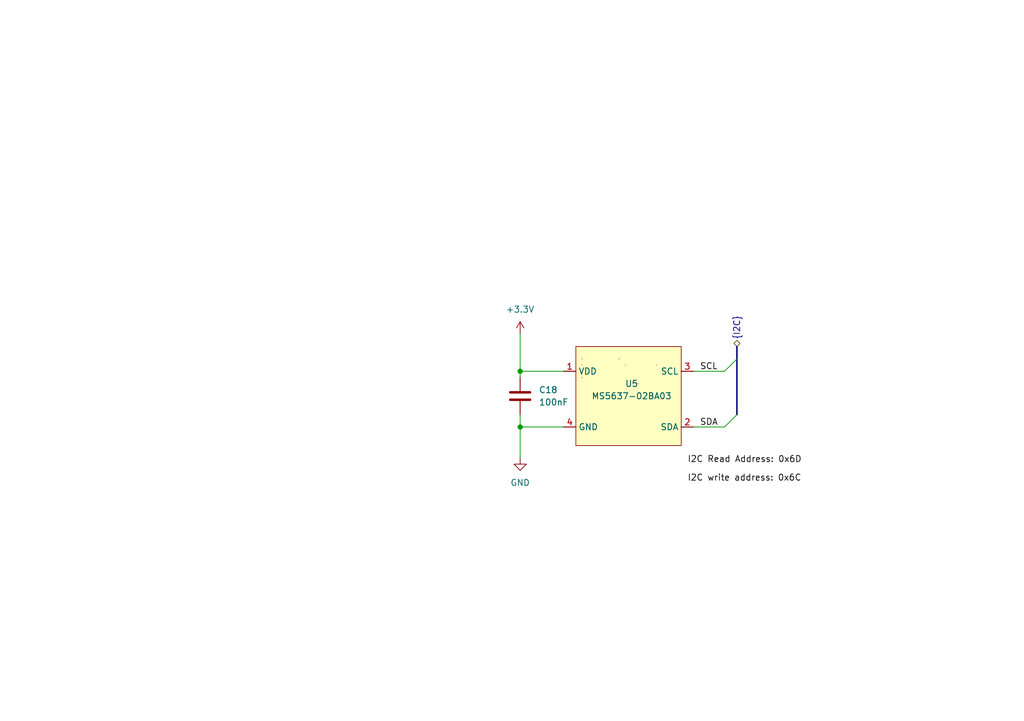
<source format=kicad_sch>
(kicad_sch (version 20211123) (generator eeschema)
  (paper "A5")
  (title_block (title "Phoenix Barometer"))
  (lib_symbols
    (symbol "Device:C" (pin_numbers hide) (pin_names (offset 0.254))
      (property "Reference" "C" (at 0.635 2.54 0))
      (property "Value" "C" (at 0.635 -2.54 0))
      (symbol "C_0_1"
        (polyline (pts (xy -2.032 -0.762) (xy 2.032 -0.762)) (stroke (width 0.508)))
        (polyline (pts (xy -2.032 0.762) (xy 2.032 0.762)) (stroke (width 0.508)))
      )
      (symbol "C_1_1"
        (pin passive line (at 0 3.81 270) (length 2.794) (name "~") (number "1"))
        (pin passive line (at 0 -3.81 90) (length 2.794) (name "~") (number "2"))
      )
    )
    (symbol "Sensor:MS5637-02BA03"
      (property "Reference" "U5" (at 2.54 -8.89 0))
      (property "Value" "MS5637-02BA03" (at 2.54 -11.43 0))
      (symbol "MS5637-02BA03_0_1"
        (rectangle (start -8.89 -2.54) (end -8.89 -2.54))
        (rectangle (start -8.89 -1.27) (end 12.7 -21.59) (fill (type background)))
        (rectangle (start -7.62 -7.62) (end -7.62 -7.62))
        (rectangle (start -7.62 -5.08) (end -7.62 -5.08))
        (rectangle (start -7.62 -3.81) (end -7.62 -3.81))
        (rectangle (start 0 -3.81) (end 0 -3.81))
        (rectangle (start 0 -3.81) (end 0 -3.81))
        (polyline (pts (xy -8.89 -3.81) (xy -8.89 -3.81)))
        (polyline (pts (xy -3.81 -8.89) (xy -3.81 -8.89)))
        (polyline (pts (xy 0 -3.81) (xy 0 -3.81)))
        (polyline (pts (xy 5.08 -10.16) (xy 5.08 -10.16)))
        (polyline (pts (xy 5.08 -10.16) (xy 5.08 -10.16)))
        (polyline (pts (xy 19.05 -6.35) (xy 19.05 -6.35)))
        (rectangle (start 1.27 -5.08) (end 1.27 -5.08))
        (rectangle (start 3.81 -8.89) (end 3.81 -8.89))
        (rectangle (start 7.62 -5.08) (end 7.62 -5.08))
        (rectangle (start 12.7 -6.35) (end 12.7 -6.35))
      )
      (symbol "MS5637-02BA03_1_1"
        (pin input line (at -11.43 -6.35 0) (length 2.54) (name "VDD") (number "1"))
        (pin bidirectional line (at 15.24 -17.78 180) (length 2.54) (name "SDA") (number "2"))
        (pin input line (at 15.24 -6.35 180) (length 2.54) (name "SCL") (number "3"))
        (pin input line (at -11.43 -17.78 0) (length 2.54) (name "GND") (number "4"))
      )
    )
    (symbol "power:+3.3V" (power) (pin_names (offset 0))
      (property "Value" "+3.3V" (at 0 3.556 0))
      (symbol "+3.3V_0_1"
        (polyline (pts (xy -0.762 1.27) (xy 0 2.54)))
        (polyline (pts (xy 0 0) (xy 0 2.54)))
        (polyline (pts (xy 0 2.54) (xy 0.762 1.27)))
      )
      (symbol "+3.3V_1_1"
        (pin power_in line (at 0 0 90) (length 0) hide (name "+3.3V") (number "1"))
      )
    )
    (symbol "power:GND" (power) (pin_names (offset 0))
      (property "Value" "GND" (at 0 -3.81 0))
      (symbol "GND_0_1"
        (polyline (pts (xy 0 0) (xy 0 -1.27) (xy 1.27 -1.27) (xy 0 -2.54) (xy -1.27 -1.27) (xy 0 -1.27)))
      )
      (symbol "GND_1_1"
        (pin power_in line (at 0 0 270) (length 0) hide (name "GND") (number "1"))
      )
    )
  )
  (junction (at 106.68 76.2))
  (junction (at 106.68 87.63))
  (bus_entry (at 151.13 85.09) (size -2.54 2.54))
  (bus_entry (at 151.13 73.66) (size -2.54 2.54))
  (wire (pts (xy 142.24 76.2) (xy 148.59 76.2)))
  (wire (pts (xy 115.57 87.63) (xy 106.68 87.63)))
  (wire (pts (xy 106.68 87.63) (xy 106.68 93.98)))
  (bus (pts (xy 151.13 73.66) (xy 151.13 85.09)))
  (wire (pts (xy 142.24 87.63) (xy 148.59 87.63)))
  (bus (pts (xy 151.13 71.12) (xy 151.13 73.66)))
  (wire (pts (xy 115.57 76.2) (xy 106.68 76.2)))
  (wire (pts (xy 106.68 85.09) (xy 106.68 87.63)))
  (wire (pts (xy 106.68 76.2) (xy 106.68 77.47)))
  (wire (pts (xy 106.68 76.2) (xy 106.68 68.58)))
  (label "SCL" (at 143.51 76.2 0))
  (label "I2C write address: 0x6C" (at 140.97 99.06 0))
  (label "SDA" (at 143.51 87.63 0))
  (label "I2C Read Address: 0x6D" (at 140.97 95.25 0))
  (hierarchical_label "{I2C}" (shape bidirectional) (at 151.13 71.12 90))
  (symbol (lib_id "Sensor:MS5637-02BA03") (at 127 69.85 0) (unit 1)
    (property "Reference" "U5" (at 129.54 78.74 0))
    (property "Value" "MS5637-02BA03" (at 129.54 81.28 0))
    (property "Footprint" "YAR_Sensors:MS5637_1" (effects hide))
  )
  (symbol (lib_id "Device:C") (at 106.68 81.28 0) (unit 1)
    (property "Reference" "C18" (at 110.49 80.0099 0) (effects (justify left)))
    (property "Value" "100nF" (at 110.49 82.5499 0) (effects (justify left)))
    (property "Footprint" "Capacitor_SMD:C_0603_1608Metric" (effects hide))
  )
  (symbol (lib_id "power:+3.3V") (at 106.68 68.58 0) (unit 1)
    (property "Reference" "#PWR034" (effects hide))
    (property "Value" "+3.3V" (at 106.68 63.5 0))
  )
  (symbol (lib_id "power:GND") (at 106.68 93.98 0) (unit 1)
    (property "Reference" "#PWR035" (effects hide))
    (property "Value" "GND" (at 106.68 99.06 0))
  )
)
</source>
